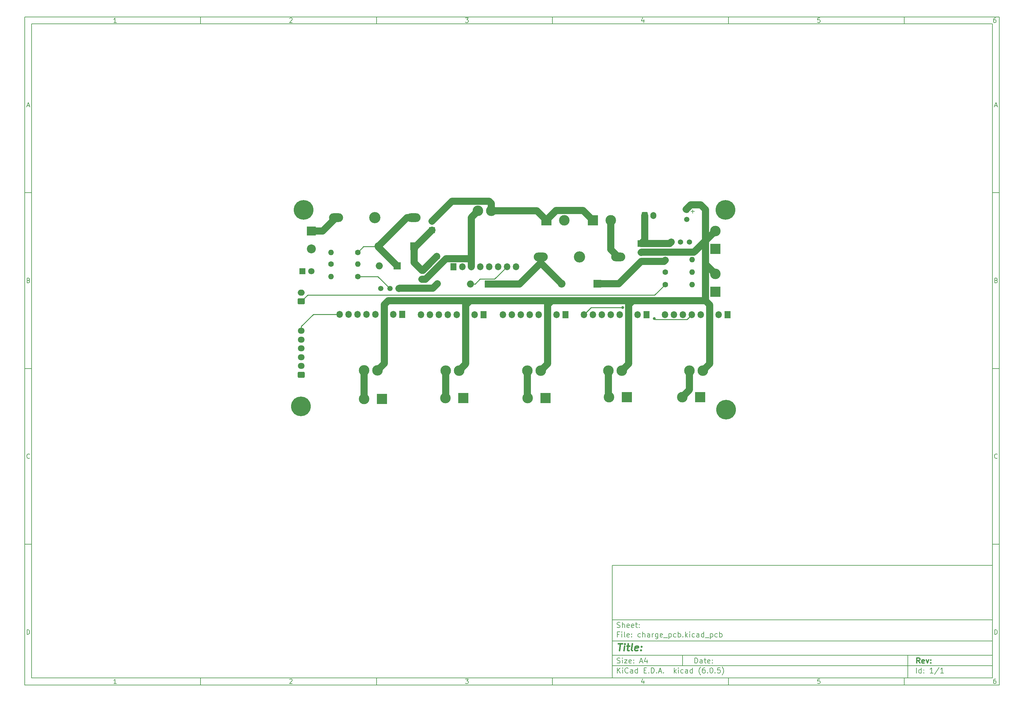
<source format=gtl>
G04 #@! TF.GenerationSoftware,KiCad,Pcbnew,(6.0.5)*
G04 #@! TF.CreationDate,2023-05-02T09:08:16+02:00*
G04 #@! TF.ProjectId,charge_pcb,63686172-6765-45f7-9063-622e6b696361,rev?*
G04 #@! TF.SameCoordinates,Original*
G04 #@! TF.FileFunction,Copper,L1,Top*
G04 #@! TF.FilePolarity,Positive*
%FSLAX46Y46*%
G04 Gerber Fmt 4.6, Leading zero omitted, Abs format (unit mm)*
G04 Created by KiCad (PCBNEW (6.0.5)) date 2023-05-02 09:08:16*
%MOMM*%
%LPD*%
G01*
G04 APERTURE LIST*
G04 Aperture macros list*
%AMRoundRect*
0 Rectangle with rounded corners*
0 $1 Rounding radius*
0 $2 $3 $4 $5 $6 $7 $8 $9 X,Y pos of 4 corners*
0 Add a 4 corners polygon primitive as box body*
4,1,4,$2,$3,$4,$5,$6,$7,$8,$9,$2,$3,0*
0 Add four circle primitives for the rounded corners*
1,1,$1+$1,$2,$3*
1,1,$1+$1,$4,$5*
1,1,$1+$1,$6,$7*
1,1,$1+$1,$8,$9*
0 Add four rect primitives between the rounded corners*
20,1,$1+$1,$2,$3,$4,$5,0*
20,1,$1+$1,$4,$5,$6,$7,0*
20,1,$1+$1,$6,$7,$8,$9,0*
20,1,$1+$1,$8,$9,$2,$3,0*%
G04 Aperture macros list end*
%ADD10C,0.100000*%
%ADD11C,0.150000*%
%ADD12C,0.300000*%
%ADD13C,0.400000*%
G04 #@! TA.AperFunction,EtchedComponent*
%ADD14C,0.150000*%
G04 #@! TD*
G04 #@! TA.AperFunction,ComponentPad*
%ADD15R,2.540000X2.540000*%
G04 #@! TD*
G04 #@! TA.AperFunction,ComponentPad*
%ADD16C,2.540000*%
G04 #@! TD*
G04 #@! TA.AperFunction,ComponentPad*
%ADD17C,1.501140*%
G04 #@! TD*
G04 #@! TA.AperFunction,ComponentPad*
%ADD18R,2.000000X2.000000*%
G04 #@! TD*
G04 #@! TA.AperFunction,ComponentPad*
%ADD19O,2.000000X2.000000*%
G04 #@! TD*
G04 #@! TA.AperFunction,ComponentPad*
%ADD20O,4.000500X2.499360*%
G04 #@! TD*
G04 #@! TA.AperFunction,ComponentPad*
%ADD21C,3.200000*%
G04 #@! TD*
G04 #@! TA.AperFunction,ComponentPad*
%ADD22R,3.000000X3.000000*%
G04 #@! TD*
G04 #@! TA.AperFunction,ComponentPad*
%ADD23C,3.000000*%
G04 #@! TD*
G04 #@! TA.AperFunction,ComponentPad*
%ADD24R,1.500000X1.500000*%
G04 #@! TD*
G04 #@! TA.AperFunction,ComponentPad*
%ADD25C,1.500000*%
G04 #@! TD*
G04 #@! TA.AperFunction,ComponentPad*
%ADD26C,1.600000*%
G04 #@! TD*
G04 #@! TA.AperFunction,ComponentPad*
%ADD27O,1.600000X1.600000*%
G04 #@! TD*
G04 #@! TA.AperFunction,ConnectorPad*
%ADD28C,5.600000*%
G04 #@! TD*
G04 #@! TA.AperFunction,ComponentPad*
%ADD29C,3.600000*%
G04 #@! TD*
G04 #@! TA.AperFunction,ComponentPad*
%ADD30R,2.000000X1.905000*%
G04 #@! TD*
G04 #@! TA.AperFunction,ComponentPad*
%ADD31O,2.000000X1.905000*%
G04 #@! TD*
G04 #@! TA.AperFunction,ComponentPad*
%ADD32RoundRect,0.250000X0.725000X-0.600000X0.725000X0.600000X-0.725000X0.600000X-0.725000X-0.600000X0*%
G04 #@! TD*
G04 #@! TA.AperFunction,ComponentPad*
%ADD33O,1.950000X1.700000*%
G04 #@! TD*
G04 #@! TA.AperFunction,ComponentPad*
%ADD34RoundRect,0.250000X0.750000X-0.600000X0.750000X0.600000X-0.750000X0.600000X-0.750000X-0.600000X0*%
G04 #@! TD*
G04 #@! TA.AperFunction,ComponentPad*
%ADD35O,2.000000X1.700000*%
G04 #@! TD*
G04 #@! TA.AperFunction,ComponentPad*
%ADD36RoundRect,0.250000X-0.600000X-0.750000X0.600000X-0.750000X0.600000X0.750000X-0.600000X0.750000X0*%
G04 #@! TD*
G04 #@! TA.AperFunction,ComponentPad*
%ADD37O,1.700000X2.000000*%
G04 #@! TD*
G04 #@! TA.AperFunction,ComponentPad*
%ADD38R,1.800000X2.000000*%
G04 #@! TD*
G04 #@! TA.AperFunction,ComponentPad*
%ADD39O,1.800000X2.000000*%
G04 #@! TD*
G04 #@! TA.AperFunction,ComponentPad*
%ADD40O,3.000000X3.000000*%
G04 #@! TD*
G04 #@! TA.AperFunction,ComponentPad*
%ADD41R,1.700000X1.700000*%
G04 #@! TD*
G04 #@! TA.AperFunction,ComponentPad*
%ADD42O,1.700000X1.700000*%
G04 #@! TD*
G04 #@! TA.AperFunction,ComponentPad*
%ADD43R,1.800000X1.800000*%
G04 #@! TD*
G04 #@! TA.AperFunction,ComponentPad*
%ADD44C,1.800000*%
G04 #@! TD*
G04 #@! TA.AperFunction,ComponentPad*
%ADD45R,2.200000X2.200000*%
G04 #@! TD*
G04 #@! TA.AperFunction,ComponentPad*
%ADD46O,2.200000X2.200000*%
G04 #@! TD*
G04 #@! TA.AperFunction,ViaPad*
%ADD47C,0.800000*%
G04 #@! TD*
G04 #@! TA.AperFunction,Conductor*
%ADD48C,0.254000*%
G04 #@! TD*
G04 #@! TA.AperFunction,Conductor*
%ADD49C,2.000000*%
G04 #@! TD*
G04 APERTURE END LIST*
D10*
D11*
X177002200Y-166007200D02*
X177002200Y-198007200D01*
X285002200Y-198007200D01*
X285002200Y-166007200D01*
X177002200Y-166007200D01*
D10*
D11*
X10000000Y-10000000D02*
X10000000Y-200007200D01*
X287002200Y-200007200D01*
X287002200Y-10000000D01*
X10000000Y-10000000D01*
D10*
D11*
X12000000Y-12000000D02*
X12000000Y-198007200D01*
X285002200Y-198007200D01*
X285002200Y-12000000D01*
X12000000Y-12000000D01*
D10*
D11*
X60000000Y-12000000D02*
X60000000Y-10000000D01*
D10*
D11*
X110000000Y-12000000D02*
X110000000Y-10000000D01*
D10*
D11*
X160000000Y-12000000D02*
X160000000Y-10000000D01*
D10*
D11*
X210000000Y-12000000D02*
X210000000Y-10000000D01*
D10*
D11*
X260000000Y-12000000D02*
X260000000Y-10000000D01*
D10*
D11*
X36065476Y-11588095D02*
X35322619Y-11588095D01*
X35694047Y-11588095D02*
X35694047Y-10288095D01*
X35570238Y-10473809D01*
X35446428Y-10597619D01*
X35322619Y-10659523D01*
D10*
D11*
X85322619Y-10411904D02*
X85384523Y-10350000D01*
X85508333Y-10288095D01*
X85817857Y-10288095D01*
X85941666Y-10350000D01*
X86003571Y-10411904D01*
X86065476Y-10535714D01*
X86065476Y-10659523D01*
X86003571Y-10845238D01*
X85260714Y-11588095D01*
X86065476Y-11588095D01*
D10*
D11*
X135260714Y-10288095D02*
X136065476Y-10288095D01*
X135632142Y-10783333D01*
X135817857Y-10783333D01*
X135941666Y-10845238D01*
X136003571Y-10907142D01*
X136065476Y-11030952D01*
X136065476Y-11340476D01*
X136003571Y-11464285D01*
X135941666Y-11526190D01*
X135817857Y-11588095D01*
X135446428Y-11588095D01*
X135322619Y-11526190D01*
X135260714Y-11464285D01*
D10*
D11*
X185941666Y-10721428D02*
X185941666Y-11588095D01*
X185632142Y-10226190D02*
X185322619Y-11154761D01*
X186127380Y-11154761D01*
D10*
D11*
X236003571Y-10288095D02*
X235384523Y-10288095D01*
X235322619Y-10907142D01*
X235384523Y-10845238D01*
X235508333Y-10783333D01*
X235817857Y-10783333D01*
X235941666Y-10845238D01*
X236003571Y-10907142D01*
X236065476Y-11030952D01*
X236065476Y-11340476D01*
X236003571Y-11464285D01*
X235941666Y-11526190D01*
X235817857Y-11588095D01*
X235508333Y-11588095D01*
X235384523Y-11526190D01*
X235322619Y-11464285D01*
D10*
D11*
X285941666Y-10288095D02*
X285694047Y-10288095D01*
X285570238Y-10350000D01*
X285508333Y-10411904D01*
X285384523Y-10597619D01*
X285322619Y-10845238D01*
X285322619Y-11340476D01*
X285384523Y-11464285D01*
X285446428Y-11526190D01*
X285570238Y-11588095D01*
X285817857Y-11588095D01*
X285941666Y-11526190D01*
X286003571Y-11464285D01*
X286065476Y-11340476D01*
X286065476Y-11030952D01*
X286003571Y-10907142D01*
X285941666Y-10845238D01*
X285817857Y-10783333D01*
X285570238Y-10783333D01*
X285446428Y-10845238D01*
X285384523Y-10907142D01*
X285322619Y-11030952D01*
D10*
D11*
X60000000Y-198007200D02*
X60000000Y-200007200D01*
D10*
D11*
X110000000Y-198007200D02*
X110000000Y-200007200D01*
D10*
D11*
X160000000Y-198007200D02*
X160000000Y-200007200D01*
D10*
D11*
X210000000Y-198007200D02*
X210000000Y-200007200D01*
D10*
D11*
X260000000Y-198007200D02*
X260000000Y-200007200D01*
D10*
D11*
X36065476Y-199595295D02*
X35322619Y-199595295D01*
X35694047Y-199595295D02*
X35694047Y-198295295D01*
X35570238Y-198481009D01*
X35446428Y-198604819D01*
X35322619Y-198666723D01*
D10*
D11*
X85322619Y-198419104D02*
X85384523Y-198357200D01*
X85508333Y-198295295D01*
X85817857Y-198295295D01*
X85941666Y-198357200D01*
X86003571Y-198419104D01*
X86065476Y-198542914D01*
X86065476Y-198666723D01*
X86003571Y-198852438D01*
X85260714Y-199595295D01*
X86065476Y-199595295D01*
D10*
D11*
X135260714Y-198295295D02*
X136065476Y-198295295D01*
X135632142Y-198790533D01*
X135817857Y-198790533D01*
X135941666Y-198852438D01*
X136003571Y-198914342D01*
X136065476Y-199038152D01*
X136065476Y-199347676D01*
X136003571Y-199471485D01*
X135941666Y-199533390D01*
X135817857Y-199595295D01*
X135446428Y-199595295D01*
X135322619Y-199533390D01*
X135260714Y-199471485D01*
D10*
D11*
X185941666Y-198728628D02*
X185941666Y-199595295D01*
X185632142Y-198233390D02*
X185322619Y-199161961D01*
X186127380Y-199161961D01*
D10*
D11*
X236003571Y-198295295D02*
X235384523Y-198295295D01*
X235322619Y-198914342D01*
X235384523Y-198852438D01*
X235508333Y-198790533D01*
X235817857Y-198790533D01*
X235941666Y-198852438D01*
X236003571Y-198914342D01*
X236065476Y-199038152D01*
X236065476Y-199347676D01*
X236003571Y-199471485D01*
X235941666Y-199533390D01*
X235817857Y-199595295D01*
X235508333Y-199595295D01*
X235384523Y-199533390D01*
X235322619Y-199471485D01*
D10*
D11*
X285941666Y-198295295D02*
X285694047Y-198295295D01*
X285570238Y-198357200D01*
X285508333Y-198419104D01*
X285384523Y-198604819D01*
X285322619Y-198852438D01*
X285322619Y-199347676D01*
X285384523Y-199471485D01*
X285446428Y-199533390D01*
X285570238Y-199595295D01*
X285817857Y-199595295D01*
X285941666Y-199533390D01*
X286003571Y-199471485D01*
X286065476Y-199347676D01*
X286065476Y-199038152D01*
X286003571Y-198914342D01*
X285941666Y-198852438D01*
X285817857Y-198790533D01*
X285570238Y-198790533D01*
X285446428Y-198852438D01*
X285384523Y-198914342D01*
X285322619Y-199038152D01*
D10*
D11*
X10000000Y-60000000D02*
X12000000Y-60000000D01*
D10*
D11*
X10000000Y-110000000D02*
X12000000Y-110000000D01*
D10*
D11*
X10000000Y-160000000D02*
X12000000Y-160000000D01*
D10*
D11*
X10690476Y-35216666D02*
X11309523Y-35216666D01*
X10566666Y-35588095D02*
X11000000Y-34288095D01*
X11433333Y-35588095D01*
D10*
D11*
X11092857Y-84907142D02*
X11278571Y-84969047D01*
X11340476Y-85030952D01*
X11402380Y-85154761D01*
X11402380Y-85340476D01*
X11340476Y-85464285D01*
X11278571Y-85526190D01*
X11154761Y-85588095D01*
X10659523Y-85588095D01*
X10659523Y-84288095D01*
X11092857Y-84288095D01*
X11216666Y-84350000D01*
X11278571Y-84411904D01*
X11340476Y-84535714D01*
X11340476Y-84659523D01*
X11278571Y-84783333D01*
X11216666Y-84845238D01*
X11092857Y-84907142D01*
X10659523Y-84907142D01*
D10*
D11*
X11402380Y-135464285D02*
X11340476Y-135526190D01*
X11154761Y-135588095D01*
X11030952Y-135588095D01*
X10845238Y-135526190D01*
X10721428Y-135402380D01*
X10659523Y-135278571D01*
X10597619Y-135030952D01*
X10597619Y-134845238D01*
X10659523Y-134597619D01*
X10721428Y-134473809D01*
X10845238Y-134350000D01*
X11030952Y-134288095D01*
X11154761Y-134288095D01*
X11340476Y-134350000D01*
X11402380Y-134411904D01*
D10*
D11*
X10659523Y-185588095D02*
X10659523Y-184288095D01*
X10969047Y-184288095D01*
X11154761Y-184350000D01*
X11278571Y-184473809D01*
X11340476Y-184597619D01*
X11402380Y-184845238D01*
X11402380Y-185030952D01*
X11340476Y-185278571D01*
X11278571Y-185402380D01*
X11154761Y-185526190D01*
X10969047Y-185588095D01*
X10659523Y-185588095D01*
D10*
D11*
X287002200Y-60000000D02*
X285002200Y-60000000D01*
D10*
D11*
X287002200Y-110000000D02*
X285002200Y-110000000D01*
D10*
D11*
X287002200Y-160000000D02*
X285002200Y-160000000D01*
D10*
D11*
X285692676Y-35216666D02*
X286311723Y-35216666D01*
X285568866Y-35588095D02*
X286002200Y-34288095D01*
X286435533Y-35588095D01*
D10*
D11*
X286095057Y-84907142D02*
X286280771Y-84969047D01*
X286342676Y-85030952D01*
X286404580Y-85154761D01*
X286404580Y-85340476D01*
X286342676Y-85464285D01*
X286280771Y-85526190D01*
X286156961Y-85588095D01*
X285661723Y-85588095D01*
X285661723Y-84288095D01*
X286095057Y-84288095D01*
X286218866Y-84350000D01*
X286280771Y-84411904D01*
X286342676Y-84535714D01*
X286342676Y-84659523D01*
X286280771Y-84783333D01*
X286218866Y-84845238D01*
X286095057Y-84907142D01*
X285661723Y-84907142D01*
D10*
D11*
X286404580Y-135464285D02*
X286342676Y-135526190D01*
X286156961Y-135588095D01*
X286033152Y-135588095D01*
X285847438Y-135526190D01*
X285723628Y-135402380D01*
X285661723Y-135278571D01*
X285599819Y-135030952D01*
X285599819Y-134845238D01*
X285661723Y-134597619D01*
X285723628Y-134473809D01*
X285847438Y-134350000D01*
X286033152Y-134288095D01*
X286156961Y-134288095D01*
X286342676Y-134350000D01*
X286404580Y-134411904D01*
D10*
D11*
X285661723Y-185588095D02*
X285661723Y-184288095D01*
X285971247Y-184288095D01*
X286156961Y-184350000D01*
X286280771Y-184473809D01*
X286342676Y-184597619D01*
X286404580Y-184845238D01*
X286404580Y-185030952D01*
X286342676Y-185278571D01*
X286280771Y-185402380D01*
X286156961Y-185526190D01*
X285971247Y-185588095D01*
X285661723Y-185588095D01*
D10*
D11*
X200434342Y-193785771D02*
X200434342Y-192285771D01*
X200791485Y-192285771D01*
X201005771Y-192357200D01*
X201148628Y-192500057D01*
X201220057Y-192642914D01*
X201291485Y-192928628D01*
X201291485Y-193142914D01*
X201220057Y-193428628D01*
X201148628Y-193571485D01*
X201005771Y-193714342D01*
X200791485Y-193785771D01*
X200434342Y-193785771D01*
X202577200Y-193785771D02*
X202577200Y-193000057D01*
X202505771Y-192857200D01*
X202362914Y-192785771D01*
X202077200Y-192785771D01*
X201934342Y-192857200D01*
X202577200Y-193714342D02*
X202434342Y-193785771D01*
X202077200Y-193785771D01*
X201934342Y-193714342D01*
X201862914Y-193571485D01*
X201862914Y-193428628D01*
X201934342Y-193285771D01*
X202077200Y-193214342D01*
X202434342Y-193214342D01*
X202577200Y-193142914D01*
X203077200Y-192785771D02*
X203648628Y-192785771D01*
X203291485Y-192285771D02*
X203291485Y-193571485D01*
X203362914Y-193714342D01*
X203505771Y-193785771D01*
X203648628Y-193785771D01*
X204720057Y-193714342D02*
X204577200Y-193785771D01*
X204291485Y-193785771D01*
X204148628Y-193714342D01*
X204077200Y-193571485D01*
X204077200Y-193000057D01*
X204148628Y-192857200D01*
X204291485Y-192785771D01*
X204577200Y-192785771D01*
X204720057Y-192857200D01*
X204791485Y-193000057D01*
X204791485Y-193142914D01*
X204077200Y-193285771D01*
X205434342Y-193642914D02*
X205505771Y-193714342D01*
X205434342Y-193785771D01*
X205362914Y-193714342D01*
X205434342Y-193642914D01*
X205434342Y-193785771D01*
X205434342Y-192857200D02*
X205505771Y-192928628D01*
X205434342Y-193000057D01*
X205362914Y-192928628D01*
X205434342Y-192857200D01*
X205434342Y-193000057D01*
D10*
D11*
X177002200Y-194507200D02*
X285002200Y-194507200D01*
D10*
D11*
X178434342Y-196585771D02*
X178434342Y-195085771D01*
X179291485Y-196585771D02*
X178648628Y-195728628D01*
X179291485Y-195085771D02*
X178434342Y-195942914D01*
X179934342Y-196585771D02*
X179934342Y-195585771D01*
X179934342Y-195085771D02*
X179862914Y-195157200D01*
X179934342Y-195228628D01*
X180005771Y-195157200D01*
X179934342Y-195085771D01*
X179934342Y-195228628D01*
X181505771Y-196442914D02*
X181434342Y-196514342D01*
X181220057Y-196585771D01*
X181077200Y-196585771D01*
X180862914Y-196514342D01*
X180720057Y-196371485D01*
X180648628Y-196228628D01*
X180577200Y-195942914D01*
X180577200Y-195728628D01*
X180648628Y-195442914D01*
X180720057Y-195300057D01*
X180862914Y-195157200D01*
X181077200Y-195085771D01*
X181220057Y-195085771D01*
X181434342Y-195157200D01*
X181505771Y-195228628D01*
X182791485Y-196585771D02*
X182791485Y-195800057D01*
X182720057Y-195657200D01*
X182577200Y-195585771D01*
X182291485Y-195585771D01*
X182148628Y-195657200D01*
X182791485Y-196514342D02*
X182648628Y-196585771D01*
X182291485Y-196585771D01*
X182148628Y-196514342D01*
X182077200Y-196371485D01*
X182077200Y-196228628D01*
X182148628Y-196085771D01*
X182291485Y-196014342D01*
X182648628Y-196014342D01*
X182791485Y-195942914D01*
X184148628Y-196585771D02*
X184148628Y-195085771D01*
X184148628Y-196514342D02*
X184005771Y-196585771D01*
X183720057Y-196585771D01*
X183577200Y-196514342D01*
X183505771Y-196442914D01*
X183434342Y-196300057D01*
X183434342Y-195871485D01*
X183505771Y-195728628D01*
X183577200Y-195657200D01*
X183720057Y-195585771D01*
X184005771Y-195585771D01*
X184148628Y-195657200D01*
X186005771Y-195800057D02*
X186505771Y-195800057D01*
X186720057Y-196585771D02*
X186005771Y-196585771D01*
X186005771Y-195085771D01*
X186720057Y-195085771D01*
X187362914Y-196442914D02*
X187434342Y-196514342D01*
X187362914Y-196585771D01*
X187291485Y-196514342D01*
X187362914Y-196442914D01*
X187362914Y-196585771D01*
X188077200Y-196585771D02*
X188077200Y-195085771D01*
X188434342Y-195085771D01*
X188648628Y-195157200D01*
X188791485Y-195300057D01*
X188862914Y-195442914D01*
X188934342Y-195728628D01*
X188934342Y-195942914D01*
X188862914Y-196228628D01*
X188791485Y-196371485D01*
X188648628Y-196514342D01*
X188434342Y-196585771D01*
X188077200Y-196585771D01*
X189577200Y-196442914D02*
X189648628Y-196514342D01*
X189577200Y-196585771D01*
X189505771Y-196514342D01*
X189577200Y-196442914D01*
X189577200Y-196585771D01*
X190220057Y-196157200D02*
X190934342Y-196157200D01*
X190077200Y-196585771D02*
X190577200Y-195085771D01*
X191077200Y-196585771D01*
X191577200Y-196442914D02*
X191648628Y-196514342D01*
X191577200Y-196585771D01*
X191505771Y-196514342D01*
X191577200Y-196442914D01*
X191577200Y-196585771D01*
X194577200Y-196585771D02*
X194577200Y-195085771D01*
X194720057Y-196014342D02*
X195148628Y-196585771D01*
X195148628Y-195585771D02*
X194577200Y-196157200D01*
X195791485Y-196585771D02*
X195791485Y-195585771D01*
X195791485Y-195085771D02*
X195720057Y-195157200D01*
X195791485Y-195228628D01*
X195862914Y-195157200D01*
X195791485Y-195085771D01*
X195791485Y-195228628D01*
X197148628Y-196514342D02*
X197005771Y-196585771D01*
X196720057Y-196585771D01*
X196577200Y-196514342D01*
X196505771Y-196442914D01*
X196434342Y-196300057D01*
X196434342Y-195871485D01*
X196505771Y-195728628D01*
X196577200Y-195657200D01*
X196720057Y-195585771D01*
X197005771Y-195585771D01*
X197148628Y-195657200D01*
X198434342Y-196585771D02*
X198434342Y-195800057D01*
X198362914Y-195657200D01*
X198220057Y-195585771D01*
X197934342Y-195585771D01*
X197791485Y-195657200D01*
X198434342Y-196514342D02*
X198291485Y-196585771D01*
X197934342Y-196585771D01*
X197791485Y-196514342D01*
X197720057Y-196371485D01*
X197720057Y-196228628D01*
X197791485Y-196085771D01*
X197934342Y-196014342D01*
X198291485Y-196014342D01*
X198434342Y-195942914D01*
X199791485Y-196585771D02*
X199791485Y-195085771D01*
X199791485Y-196514342D02*
X199648628Y-196585771D01*
X199362914Y-196585771D01*
X199220057Y-196514342D01*
X199148628Y-196442914D01*
X199077200Y-196300057D01*
X199077200Y-195871485D01*
X199148628Y-195728628D01*
X199220057Y-195657200D01*
X199362914Y-195585771D01*
X199648628Y-195585771D01*
X199791485Y-195657200D01*
X202077200Y-197157200D02*
X202005771Y-197085771D01*
X201862914Y-196871485D01*
X201791485Y-196728628D01*
X201720057Y-196514342D01*
X201648628Y-196157200D01*
X201648628Y-195871485D01*
X201720057Y-195514342D01*
X201791485Y-195300057D01*
X201862914Y-195157200D01*
X202005771Y-194942914D01*
X202077200Y-194871485D01*
X203291485Y-195085771D02*
X203005771Y-195085771D01*
X202862914Y-195157200D01*
X202791485Y-195228628D01*
X202648628Y-195442914D01*
X202577200Y-195728628D01*
X202577200Y-196300057D01*
X202648628Y-196442914D01*
X202720057Y-196514342D01*
X202862914Y-196585771D01*
X203148628Y-196585771D01*
X203291485Y-196514342D01*
X203362914Y-196442914D01*
X203434342Y-196300057D01*
X203434342Y-195942914D01*
X203362914Y-195800057D01*
X203291485Y-195728628D01*
X203148628Y-195657200D01*
X202862914Y-195657200D01*
X202720057Y-195728628D01*
X202648628Y-195800057D01*
X202577200Y-195942914D01*
X204077200Y-196442914D02*
X204148628Y-196514342D01*
X204077200Y-196585771D01*
X204005771Y-196514342D01*
X204077200Y-196442914D01*
X204077200Y-196585771D01*
X205077200Y-195085771D02*
X205220057Y-195085771D01*
X205362914Y-195157200D01*
X205434342Y-195228628D01*
X205505771Y-195371485D01*
X205577200Y-195657200D01*
X205577200Y-196014342D01*
X205505771Y-196300057D01*
X205434342Y-196442914D01*
X205362914Y-196514342D01*
X205220057Y-196585771D01*
X205077200Y-196585771D01*
X204934342Y-196514342D01*
X204862914Y-196442914D01*
X204791485Y-196300057D01*
X204720057Y-196014342D01*
X204720057Y-195657200D01*
X204791485Y-195371485D01*
X204862914Y-195228628D01*
X204934342Y-195157200D01*
X205077200Y-195085771D01*
X206220057Y-196442914D02*
X206291485Y-196514342D01*
X206220057Y-196585771D01*
X206148628Y-196514342D01*
X206220057Y-196442914D01*
X206220057Y-196585771D01*
X207648628Y-195085771D02*
X206934342Y-195085771D01*
X206862914Y-195800057D01*
X206934342Y-195728628D01*
X207077200Y-195657200D01*
X207434342Y-195657200D01*
X207577200Y-195728628D01*
X207648628Y-195800057D01*
X207720057Y-195942914D01*
X207720057Y-196300057D01*
X207648628Y-196442914D01*
X207577200Y-196514342D01*
X207434342Y-196585771D01*
X207077200Y-196585771D01*
X206934342Y-196514342D01*
X206862914Y-196442914D01*
X208220057Y-197157200D02*
X208291485Y-197085771D01*
X208434342Y-196871485D01*
X208505771Y-196728628D01*
X208577200Y-196514342D01*
X208648628Y-196157200D01*
X208648628Y-195871485D01*
X208577200Y-195514342D01*
X208505771Y-195300057D01*
X208434342Y-195157200D01*
X208291485Y-194942914D01*
X208220057Y-194871485D01*
D10*
D11*
X177002200Y-191507200D02*
X285002200Y-191507200D01*
D10*
D12*
X264411485Y-193785771D02*
X263911485Y-193071485D01*
X263554342Y-193785771D02*
X263554342Y-192285771D01*
X264125771Y-192285771D01*
X264268628Y-192357200D01*
X264340057Y-192428628D01*
X264411485Y-192571485D01*
X264411485Y-192785771D01*
X264340057Y-192928628D01*
X264268628Y-193000057D01*
X264125771Y-193071485D01*
X263554342Y-193071485D01*
X265625771Y-193714342D02*
X265482914Y-193785771D01*
X265197200Y-193785771D01*
X265054342Y-193714342D01*
X264982914Y-193571485D01*
X264982914Y-193000057D01*
X265054342Y-192857200D01*
X265197200Y-192785771D01*
X265482914Y-192785771D01*
X265625771Y-192857200D01*
X265697200Y-193000057D01*
X265697200Y-193142914D01*
X264982914Y-193285771D01*
X266197200Y-192785771D02*
X266554342Y-193785771D01*
X266911485Y-192785771D01*
X267482914Y-193642914D02*
X267554342Y-193714342D01*
X267482914Y-193785771D01*
X267411485Y-193714342D01*
X267482914Y-193642914D01*
X267482914Y-193785771D01*
X267482914Y-192857200D02*
X267554342Y-192928628D01*
X267482914Y-193000057D01*
X267411485Y-192928628D01*
X267482914Y-192857200D01*
X267482914Y-193000057D01*
D10*
D11*
X178362914Y-193714342D02*
X178577200Y-193785771D01*
X178934342Y-193785771D01*
X179077200Y-193714342D01*
X179148628Y-193642914D01*
X179220057Y-193500057D01*
X179220057Y-193357200D01*
X179148628Y-193214342D01*
X179077200Y-193142914D01*
X178934342Y-193071485D01*
X178648628Y-193000057D01*
X178505771Y-192928628D01*
X178434342Y-192857200D01*
X178362914Y-192714342D01*
X178362914Y-192571485D01*
X178434342Y-192428628D01*
X178505771Y-192357200D01*
X178648628Y-192285771D01*
X179005771Y-192285771D01*
X179220057Y-192357200D01*
X179862914Y-193785771D02*
X179862914Y-192785771D01*
X179862914Y-192285771D02*
X179791485Y-192357200D01*
X179862914Y-192428628D01*
X179934342Y-192357200D01*
X179862914Y-192285771D01*
X179862914Y-192428628D01*
X180434342Y-192785771D02*
X181220057Y-192785771D01*
X180434342Y-193785771D01*
X181220057Y-193785771D01*
X182362914Y-193714342D02*
X182220057Y-193785771D01*
X181934342Y-193785771D01*
X181791485Y-193714342D01*
X181720057Y-193571485D01*
X181720057Y-193000057D01*
X181791485Y-192857200D01*
X181934342Y-192785771D01*
X182220057Y-192785771D01*
X182362914Y-192857200D01*
X182434342Y-193000057D01*
X182434342Y-193142914D01*
X181720057Y-193285771D01*
X183077200Y-193642914D02*
X183148628Y-193714342D01*
X183077200Y-193785771D01*
X183005771Y-193714342D01*
X183077200Y-193642914D01*
X183077200Y-193785771D01*
X183077200Y-192857200D02*
X183148628Y-192928628D01*
X183077200Y-193000057D01*
X183005771Y-192928628D01*
X183077200Y-192857200D01*
X183077200Y-193000057D01*
X184862914Y-193357200D02*
X185577200Y-193357200D01*
X184720057Y-193785771D02*
X185220057Y-192285771D01*
X185720057Y-193785771D01*
X186862914Y-192785771D02*
X186862914Y-193785771D01*
X186505771Y-192214342D02*
X186148628Y-193285771D01*
X187077200Y-193285771D01*
D10*
D11*
X263434342Y-196585771D02*
X263434342Y-195085771D01*
X264791485Y-196585771D02*
X264791485Y-195085771D01*
X264791485Y-196514342D02*
X264648628Y-196585771D01*
X264362914Y-196585771D01*
X264220057Y-196514342D01*
X264148628Y-196442914D01*
X264077200Y-196300057D01*
X264077200Y-195871485D01*
X264148628Y-195728628D01*
X264220057Y-195657200D01*
X264362914Y-195585771D01*
X264648628Y-195585771D01*
X264791485Y-195657200D01*
X265505771Y-196442914D02*
X265577200Y-196514342D01*
X265505771Y-196585771D01*
X265434342Y-196514342D01*
X265505771Y-196442914D01*
X265505771Y-196585771D01*
X265505771Y-195657200D02*
X265577200Y-195728628D01*
X265505771Y-195800057D01*
X265434342Y-195728628D01*
X265505771Y-195657200D01*
X265505771Y-195800057D01*
X268148628Y-196585771D02*
X267291485Y-196585771D01*
X267720057Y-196585771D02*
X267720057Y-195085771D01*
X267577200Y-195300057D01*
X267434342Y-195442914D01*
X267291485Y-195514342D01*
X269862914Y-195014342D02*
X268577200Y-196942914D01*
X271148628Y-196585771D02*
X270291485Y-196585771D01*
X270720057Y-196585771D02*
X270720057Y-195085771D01*
X270577200Y-195300057D01*
X270434342Y-195442914D01*
X270291485Y-195514342D01*
D10*
D11*
X177002200Y-187507200D02*
X285002200Y-187507200D01*
D10*
D13*
X178714580Y-188211961D02*
X179857438Y-188211961D01*
X179036009Y-190211961D02*
X179286009Y-188211961D01*
X180274104Y-190211961D02*
X180440771Y-188878628D01*
X180524104Y-188211961D02*
X180416961Y-188307200D01*
X180500295Y-188402438D01*
X180607438Y-188307200D01*
X180524104Y-188211961D01*
X180500295Y-188402438D01*
X181107438Y-188878628D02*
X181869342Y-188878628D01*
X181476485Y-188211961D02*
X181262200Y-189926247D01*
X181333628Y-190116723D01*
X181512200Y-190211961D01*
X181702676Y-190211961D01*
X182655057Y-190211961D02*
X182476485Y-190116723D01*
X182405057Y-189926247D01*
X182619342Y-188211961D01*
X184190771Y-190116723D02*
X183988390Y-190211961D01*
X183607438Y-190211961D01*
X183428866Y-190116723D01*
X183357438Y-189926247D01*
X183452676Y-189164342D01*
X183571723Y-188973866D01*
X183774104Y-188878628D01*
X184155057Y-188878628D01*
X184333628Y-188973866D01*
X184405057Y-189164342D01*
X184381247Y-189354819D01*
X183405057Y-189545295D01*
X185155057Y-190021485D02*
X185238390Y-190116723D01*
X185131247Y-190211961D01*
X185047914Y-190116723D01*
X185155057Y-190021485D01*
X185131247Y-190211961D01*
X185286009Y-188973866D02*
X185369342Y-189069104D01*
X185262200Y-189164342D01*
X185178866Y-189069104D01*
X185286009Y-188973866D01*
X185262200Y-189164342D01*
D10*
D11*
X178934342Y-185600057D02*
X178434342Y-185600057D01*
X178434342Y-186385771D02*
X178434342Y-184885771D01*
X179148628Y-184885771D01*
X179720057Y-186385771D02*
X179720057Y-185385771D01*
X179720057Y-184885771D02*
X179648628Y-184957200D01*
X179720057Y-185028628D01*
X179791485Y-184957200D01*
X179720057Y-184885771D01*
X179720057Y-185028628D01*
X180648628Y-186385771D02*
X180505771Y-186314342D01*
X180434342Y-186171485D01*
X180434342Y-184885771D01*
X181791485Y-186314342D02*
X181648628Y-186385771D01*
X181362914Y-186385771D01*
X181220057Y-186314342D01*
X181148628Y-186171485D01*
X181148628Y-185600057D01*
X181220057Y-185457200D01*
X181362914Y-185385771D01*
X181648628Y-185385771D01*
X181791485Y-185457200D01*
X181862914Y-185600057D01*
X181862914Y-185742914D01*
X181148628Y-185885771D01*
X182505771Y-186242914D02*
X182577200Y-186314342D01*
X182505771Y-186385771D01*
X182434342Y-186314342D01*
X182505771Y-186242914D01*
X182505771Y-186385771D01*
X182505771Y-185457200D02*
X182577200Y-185528628D01*
X182505771Y-185600057D01*
X182434342Y-185528628D01*
X182505771Y-185457200D01*
X182505771Y-185600057D01*
X185005771Y-186314342D02*
X184862914Y-186385771D01*
X184577200Y-186385771D01*
X184434342Y-186314342D01*
X184362914Y-186242914D01*
X184291485Y-186100057D01*
X184291485Y-185671485D01*
X184362914Y-185528628D01*
X184434342Y-185457200D01*
X184577200Y-185385771D01*
X184862914Y-185385771D01*
X185005771Y-185457200D01*
X185648628Y-186385771D02*
X185648628Y-184885771D01*
X186291485Y-186385771D02*
X186291485Y-185600057D01*
X186220057Y-185457200D01*
X186077200Y-185385771D01*
X185862914Y-185385771D01*
X185720057Y-185457200D01*
X185648628Y-185528628D01*
X187648628Y-186385771D02*
X187648628Y-185600057D01*
X187577200Y-185457200D01*
X187434342Y-185385771D01*
X187148628Y-185385771D01*
X187005771Y-185457200D01*
X187648628Y-186314342D02*
X187505771Y-186385771D01*
X187148628Y-186385771D01*
X187005771Y-186314342D01*
X186934342Y-186171485D01*
X186934342Y-186028628D01*
X187005771Y-185885771D01*
X187148628Y-185814342D01*
X187505771Y-185814342D01*
X187648628Y-185742914D01*
X188362914Y-186385771D02*
X188362914Y-185385771D01*
X188362914Y-185671485D02*
X188434342Y-185528628D01*
X188505771Y-185457200D01*
X188648628Y-185385771D01*
X188791485Y-185385771D01*
X189934342Y-185385771D02*
X189934342Y-186600057D01*
X189862914Y-186742914D01*
X189791485Y-186814342D01*
X189648628Y-186885771D01*
X189434342Y-186885771D01*
X189291485Y-186814342D01*
X189934342Y-186314342D02*
X189791485Y-186385771D01*
X189505771Y-186385771D01*
X189362914Y-186314342D01*
X189291485Y-186242914D01*
X189220057Y-186100057D01*
X189220057Y-185671485D01*
X189291485Y-185528628D01*
X189362914Y-185457200D01*
X189505771Y-185385771D01*
X189791485Y-185385771D01*
X189934342Y-185457200D01*
X191220057Y-186314342D02*
X191077200Y-186385771D01*
X190791485Y-186385771D01*
X190648628Y-186314342D01*
X190577200Y-186171485D01*
X190577200Y-185600057D01*
X190648628Y-185457200D01*
X190791485Y-185385771D01*
X191077200Y-185385771D01*
X191220057Y-185457200D01*
X191291485Y-185600057D01*
X191291485Y-185742914D01*
X190577200Y-185885771D01*
X191577200Y-186528628D02*
X192720057Y-186528628D01*
X193077200Y-185385771D02*
X193077200Y-186885771D01*
X193077200Y-185457200D02*
X193220057Y-185385771D01*
X193505771Y-185385771D01*
X193648628Y-185457200D01*
X193720057Y-185528628D01*
X193791485Y-185671485D01*
X193791485Y-186100057D01*
X193720057Y-186242914D01*
X193648628Y-186314342D01*
X193505771Y-186385771D01*
X193220057Y-186385771D01*
X193077200Y-186314342D01*
X195077200Y-186314342D02*
X194934342Y-186385771D01*
X194648628Y-186385771D01*
X194505771Y-186314342D01*
X194434342Y-186242914D01*
X194362914Y-186100057D01*
X194362914Y-185671485D01*
X194434342Y-185528628D01*
X194505771Y-185457200D01*
X194648628Y-185385771D01*
X194934342Y-185385771D01*
X195077200Y-185457200D01*
X195720057Y-186385771D02*
X195720057Y-184885771D01*
X195720057Y-185457200D02*
X195862914Y-185385771D01*
X196148628Y-185385771D01*
X196291485Y-185457200D01*
X196362914Y-185528628D01*
X196434342Y-185671485D01*
X196434342Y-186100057D01*
X196362914Y-186242914D01*
X196291485Y-186314342D01*
X196148628Y-186385771D01*
X195862914Y-186385771D01*
X195720057Y-186314342D01*
X197077200Y-186242914D02*
X197148628Y-186314342D01*
X197077200Y-186385771D01*
X197005771Y-186314342D01*
X197077200Y-186242914D01*
X197077200Y-186385771D01*
X197791485Y-186385771D02*
X197791485Y-184885771D01*
X197934342Y-185814342D02*
X198362914Y-186385771D01*
X198362914Y-185385771D02*
X197791485Y-185957200D01*
X199005771Y-186385771D02*
X199005771Y-185385771D01*
X199005771Y-184885771D02*
X198934342Y-184957200D01*
X199005771Y-185028628D01*
X199077200Y-184957200D01*
X199005771Y-184885771D01*
X199005771Y-185028628D01*
X200362914Y-186314342D02*
X200220057Y-186385771D01*
X199934342Y-186385771D01*
X199791485Y-186314342D01*
X199720057Y-186242914D01*
X199648628Y-186100057D01*
X199648628Y-185671485D01*
X199720057Y-185528628D01*
X199791485Y-185457200D01*
X199934342Y-185385771D01*
X200220057Y-185385771D01*
X200362914Y-185457200D01*
X201648628Y-186385771D02*
X201648628Y-185600057D01*
X201577200Y-185457200D01*
X201434342Y-185385771D01*
X201148628Y-185385771D01*
X201005771Y-185457200D01*
X201648628Y-186314342D02*
X201505771Y-186385771D01*
X201148628Y-186385771D01*
X201005771Y-186314342D01*
X200934342Y-186171485D01*
X200934342Y-186028628D01*
X201005771Y-185885771D01*
X201148628Y-185814342D01*
X201505771Y-185814342D01*
X201648628Y-185742914D01*
X203005771Y-186385771D02*
X203005771Y-184885771D01*
X203005771Y-186314342D02*
X202862914Y-186385771D01*
X202577200Y-186385771D01*
X202434342Y-186314342D01*
X202362914Y-186242914D01*
X202291485Y-186100057D01*
X202291485Y-185671485D01*
X202362914Y-185528628D01*
X202434342Y-185457200D01*
X202577200Y-185385771D01*
X202862914Y-185385771D01*
X203005771Y-185457200D01*
X203362914Y-186528628D02*
X204505771Y-186528628D01*
X204862914Y-185385771D02*
X204862914Y-186885771D01*
X204862914Y-185457200D02*
X205005771Y-185385771D01*
X205291485Y-185385771D01*
X205434342Y-185457200D01*
X205505771Y-185528628D01*
X205577200Y-185671485D01*
X205577200Y-186100057D01*
X205505771Y-186242914D01*
X205434342Y-186314342D01*
X205291485Y-186385771D01*
X205005771Y-186385771D01*
X204862914Y-186314342D01*
X206862914Y-186314342D02*
X206720057Y-186385771D01*
X206434342Y-186385771D01*
X206291485Y-186314342D01*
X206220057Y-186242914D01*
X206148628Y-186100057D01*
X206148628Y-185671485D01*
X206220057Y-185528628D01*
X206291485Y-185457200D01*
X206434342Y-185385771D01*
X206720057Y-185385771D01*
X206862914Y-185457200D01*
X207505771Y-186385771D02*
X207505771Y-184885771D01*
X207505771Y-185457200D02*
X207648628Y-185385771D01*
X207934342Y-185385771D01*
X208077200Y-185457200D01*
X208148628Y-185528628D01*
X208220057Y-185671485D01*
X208220057Y-186100057D01*
X208148628Y-186242914D01*
X208077200Y-186314342D01*
X207934342Y-186385771D01*
X207648628Y-186385771D01*
X207505771Y-186314342D01*
D10*
D11*
X177002200Y-181507200D02*
X285002200Y-181507200D01*
D10*
D11*
X178362914Y-183614342D02*
X178577200Y-183685771D01*
X178934342Y-183685771D01*
X179077200Y-183614342D01*
X179148628Y-183542914D01*
X179220057Y-183400057D01*
X179220057Y-183257200D01*
X179148628Y-183114342D01*
X179077200Y-183042914D01*
X178934342Y-182971485D01*
X178648628Y-182900057D01*
X178505771Y-182828628D01*
X178434342Y-182757200D01*
X178362914Y-182614342D01*
X178362914Y-182471485D01*
X178434342Y-182328628D01*
X178505771Y-182257200D01*
X178648628Y-182185771D01*
X179005771Y-182185771D01*
X179220057Y-182257200D01*
X179862914Y-183685771D02*
X179862914Y-182185771D01*
X180505771Y-183685771D02*
X180505771Y-182900057D01*
X180434342Y-182757200D01*
X180291485Y-182685771D01*
X180077200Y-182685771D01*
X179934342Y-182757200D01*
X179862914Y-182828628D01*
X181791485Y-183614342D02*
X181648628Y-183685771D01*
X181362914Y-183685771D01*
X181220057Y-183614342D01*
X181148628Y-183471485D01*
X181148628Y-182900057D01*
X181220057Y-182757200D01*
X181362914Y-182685771D01*
X181648628Y-182685771D01*
X181791485Y-182757200D01*
X181862914Y-182900057D01*
X181862914Y-183042914D01*
X181148628Y-183185771D01*
X183077200Y-183614342D02*
X182934342Y-183685771D01*
X182648628Y-183685771D01*
X182505771Y-183614342D01*
X182434342Y-183471485D01*
X182434342Y-182900057D01*
X182505771Y-182757200D01*
X182648628Y-182685771D01*
X182934342Y-182685771D01*
X183077200Y-182757200D01*
X183148628Y-182900057D01*
X183148628Y-183042914D01*
X182434342Y-183185771D01*
X183577200Y-182685771D02*
X184148628Y-182685771D01*
X183791485Y-182185771D02*
X183791485Y-183471485D01*
X183862914Y-183614342D01*
X184005771Y-183685771D01*
X184148628Y-183685771D01*
X184648628Y-183542914D02*
X184720057Y-183614342D01*
X184648628Y-183685771D01*
X184577200Y-183614342D01*
X184648628Y-183542914D01*
X184648628Y-183685771D01*
X184648628Y-182757200D02*
X184720057Y-182828628D01*
X184648628Y-182900057D01*
X184577200Y-182828628D01*
X184648628Y-182757200D01*
X184648628Y-182900057D01*
D10*
D12*
D10*
D11*
D10*
D11*
D10*
D11*
D10*
D11*
D10*
D11*
X197002200Y-191507200D02*
X197002200Y-194507200D01*
D10*
D11*
X261002200Y-191507200D02*
X261002200Y-198007200D01*
D14*
X199819260Y-65293240D02*
X199420480Y-65293240D01*
X199819260Y-65293240D02*
X200319640Y-65293240D01*
X199819260Y-65293240D02*
X199819260Y-65793620D01*
X199420480Y-65293240D02*
X199318880Y-65293240D01*
X199819260Y-64792860D02*
X199819260Y-65293240D01*
D15*
X91440000Y-70866000D03*
D16*
X91440000Y-75946000D03*
D17*
X198120000Y-65024000D03*
X198120000Y-67564000D03*
D18*
X115824000Y-80772000D03*
D19*
X110744000Y-80772000D03*
D20*
X98473260Y-67056000D03*
X120474740Y-67056000D03*
D21*
X109474000Y-67056000D03*
D20*
X178640740Y-78232000D03*
X156639260Y-78232000D03*
D21*
X167640000Y-78232000D03*
D22*
X111530000Y-118618000D03*
D23*
X106450000Y-118618000D03*
D24*
X116392000Y-87255000D03*
D25*
X113792000Y-87255000D03*
X111192000Y-87255000D03*
D24*
X193742000Y-74035000D03*
D25*
X196342000Y-74035000D03*
X198942000Y-74035000D03*
D26*
X104648000Y-83820000D03*
D27*
X97028000Y-83820000D03*
D26*
X127254000Y-78232000D03*
D27*
X127254000Y-85852000D03*
D26*
X192024000Y-86106000D03*
D27*
X199644000Y-86106000D03*
D26*
X192024000Y-82550000D03*
D27*
X199644000Y-82550000D03*
D28*
X89289000Y-64897000D03*
D29*
X89289000Y-64897000D03*
X209169000Y-64897000D03*
D28*
X209169000Y-64897000D03*
D29*
X209296000Y-121666000D03*
D28*
X209296000Y-121666000D03*
X88550000Y-120780000D03*
D29*
X88550000Y-120780000D03*
D22*
X181102000Y-118110000D03*
D23*
X176022000Y-118110000D03*
D30*
X185237000Y-74422000D03*
D31*
X185237000Y-76962000D03*
X185237000Y-79502000D03*
D30*
X122865000Y-87122000D03*
D31*
X122865000Y-84582000D03*
X122865000Y-82042000D03*
D32*
X88629000Y-111760000D03*
D33*
X88629000Y-109260000D03*
X88629000Y-106760000D03*
X88629000Y-104260000D03*
X88629000Y-101760000D03*
X88629000Y-99260000D03*
D22*
X134620000Y-118364000D03*
D23*
X129540000Y-118364000D03*
D22*
X158242000Y-67818000D03*
D23*
X163322000Y-67818000D03*
D34*
X88629000Y-90912000D03*
D35*
X88629000Y-88412000D03*
D22*
X171450000Y-67818000D03*
D23*
X176530000Y-67818000D03*
D22*
X157988000Y-118364000D03*
D23*
X152908000Y-118364000D03*
D36*
X186202000Y-66531000D03*
D37*
X188702000Y-66531000D03*
D22*
X201930000Y-118110000D03*
D23*
X196850000Y-118110000D03*
D22*
X206248000Y-75946000D03*
D23*
X206248000Y-70866000D03*
D22*
X206248000Y-88138000D03*
D23*
X206248000Y-83058000D03*
D38*
X140450000Y-94700000D03*
D39*
X137910000Y-94700000D03*
X135370000Y-94700000D03*
X132830000Y-94700000D03*
X130290000Y-94700000D03*
X127750000Y-94700000D03*
X125210000Y-94700000D03*
X122670000Y-94700000D03*
D40*
X133465000Y-110575000D03*
X129655000Y-110575000D03*
D38*
X131826000Y-81026000D03*
D39*
X134366000Y-81026000D03*
X136906000Y-81026000D03*
X139446000Y-81026000D03*
X141986000Y-81026000D03*
X144526000Y-81026000D03*
X147066000Y-81026000D03*
X149606000Y-81026000D03*
D40*
X138811000Y-65151000D03*
X142621000Y-65151000D03*
D38*
X163680000Y-94700000D03*
D39*
X161140000Y-94700000D03*
X158600000Y-94700000D03*
X156060000Y-94700000D03*
X153520000Y-94700000D03*
X150980000Y-94700000D03*
X148440000Y-94700000D03*
X145900000Y-94700000D03*
D40*
X156695000Y-110575000D03*
X152885000Y-110575000D03*
D38*
X186720000Y-94700000D03*
D39*
X184180000Y-94700000D03*
X181640000Y-94700000D03*
X179100000Y-94700000D03*
X176560000Y-94700000D03*
X174020000Y-94700000D03*
X171480000Y-94700000D03*
X168940000Y-94700000D03*
D40*
X179735000Y-110575000D03*
X175925000Y-110575000D03*
D38*
X209750000Y-94700000D03*
D39*
X207210000Y-94700000D03*
X204670000Y-94700000D03*
X202130000Y-94700000D03*
X199590000Y-94700000D03*
X197050000Y-94700000D03*
X194510000Y-94700000D03*
X191970000Y-94700000D03*
D40*
X202765000Y-110575000D03*
X198955000Y-110575000D03*
D26*
X192024000Y-78994000D03*
D27*
X199644000Y-78994000D03*
D26*
X104648000Y-76962000D03*
D27*
X97028000Y-76962000D03*
D41*
X125730000Y-70617000D03*
D42*
X125730000Y-68077000D03*
D18*
X141732000Y-85923000D03*
D19*
X136652000Y-85923000D03*
D38*
X117280000Y-94620000D03*
D39*
X114740000Y-94620000D03*
X112200000Y-94620000D03*
X109660000Y-94620000D03*
X107120000Y-94620000D03*
X104580000Y-94620000D03*
X102040000Y-94620000D03*
X99500000Y-94620000D03*
D40*
X110295000Y-110495000D03*
X106485000Y-110495000D03*
D43*
X88895000Y-82296000D03*
D44*
X91435000Y-82296000D03*
D26*
X97028000Y-80264000D03*
D27*
X104648000Y-80264000D03*
D45*
X172720000Y-85852000D03*
D46*
X162560000Y-85852000D03*
D45*
X120650000Y-75184000D03*
D46*
X110490000Y-75184000D03*
D47*
X188894300Y-95805800D03*
X179957500Y-92692000D03*
D48*
X143550300Y-84541700D02*
X147066000Y-81026000D01*
D49*
X120474740Y-67056000D02*
X118618000Y-67056000D01*
X176530200Y-76121300D02*
X178640800Y-78231900D01*
X176530000Y-76121300D02*
X176530200Y-76121300D01*
X168696000Y-65064500D02*
X171450000Y-67818000D01*
X160996000Y-65064500D02*
X168696000Y-65064500D01*
X158242000Y-67818000D02*
X160996000Y-65064500D01*
X155575000Y-65151000D02*
X158242000Y-67818000D01*
X142621000Y-65151000D02*
X155575000Y-65151000D01*
X131410000Y-62397500D02*
X125730000Y-68077000D01*
X141989000Y-62397500D02*
X131410000Y-62397500D01*
X142621000Y-63029700D02*
X141989000Y-62397500D01*
X142621000Y-65151000D02*
X142621000Y-63029700D01*
X178887000Y-85852000D02*
X185237000Y-79502000D01*
X172720000Y-85852000D02*
X178887000Y-85852000D01*
X191716000Y-79502000D02*
X192024000Y-79194000D01*
X185237000Y-79502000D02*
X191716000Y-79502000D01*
D48*
X192024000Y-79194000D02*
X192024000Y-78994000D01*
D49*
X129705000Y-78740000D02*
X136906000Y-78740000D01*
X123863000Y-84582000D02*
X129705000Y-78740000D01*
X122865000Y-84582000D02*
X123863000Y-84582000D01*
X136906000Y-78740000D02*
X136906000Y-81026000D01*
X136906000Y-67056000D02*
X136906000Y-78740000D01*
X138811000Y-65151000D02*
X136906000Y-67056000D01*
X120650000Y-79827000D02*
X122865000Y-82042000D01*
X120650000Y-75184000D02*
X120650000Y-79827000D01*
X121163000Y-75184000D02*
X125730000Y-70617000D01*
X120650000Y-75184000D02*
X121163000Y-75184000D01*
X123216000Y-82042000D02*
X125178000Y-80080000D01*
X122865000Y-82042000D02*
X123216000Y-82042000D01*
X125178000Y-80080000D02*
X127140000Y-78118000D01*
D48*
X125406000Y-80080000D02*
X127254000Y-78232000D01*
X125178000Y-80080000D02*
X125406000Y-80080000D01*
D49*
X118618000Y-67056000D02*
X110490000Y-75184000D01*
X110490000Y-75184000D02*
X110490000Y-75311000D01*
X110490000Y-75438000D02*
X115824000Y-80772000D01*
X110490000Y-75311000D02*
X110490000Y-75438000D01*
D48*
X106299000Y-75311000D02*
X104648000Y-76962000D01*
X110490000Y-75311000D02*
X106299000Y-75311000D01*
D49*
X106485000Y-118583000D02*
X106450000Y-118618000D01*
X106485000Y-110495000D02*
X106485000Y-118583000D01*
X198955000Y-116005000D02*
X196850000Y-118110000D01*
X198955000Y-110575000D02*
X198955000Y-116005000D01*
X175925000Y-118013000D02*
X176022000Y-118110000D01*
X175925000Y-110575000D02*
X175925000Y-118013000D01*
X152885000Y-118341000D02*
X152908000Y-118364000D01*
X152885000Y-110575000D02*
X152885000Y-118341000D01*
X129655000Y-118249000D02*
X129540000Y-118364000D01*
X129655000Y-110575000D02*
X129655000Y-118249000D01*
X150648000Y-85923000D02*
X156639000Y-79931300D01*
X141732000Y-85923000D02*
X150648000Y-85923000D01*
X156639000Y-79931300D02*
X162560000Y-85852000D01*
X156639000Y-78232000D02*
X156639000Y-79081600D01*
X156639000Y-79081600D02*
X156639000Y-79931300D01*
D48*
X156639300Y-79081300D02*
X156639300Y-78232000D01*
X156639000Y-79081600D02*
X156639300Y-79081300D01*
D49*
X193355000Y-74422000D02*
X193742000Y-74035000D01*
X185237000Y-74422000D02*
X193355000Y-74422000D01*
X186202000Y-73457000D02*
X185237000Y-74422000D01*
X186202000Y-66531000D02*
X186202000Y-73457000D01*
X94663300Y-70866000D02*
X98473300Y-67056000D01*
X91440000Y-70866000D02*
X94663300Y-70866000D01*
D48*
X189169900Y-96081400D02*
X188894300Y-95805800D01*
X198208600Y-96081400D02*
X189169900Y-96081400D01*
X199590000Y-94700000D02*
X198208600Y-96081400D01*
D49*
X112200000Y-91820000D02*
X112200000Y-94620000D01*
X113336000Y-90684000D02*
X112200000Y-91820000D01*
X136586000Y-90684000D02*
X113336000Y-90684000D01*
X135370000Y-91900000D02*
X135370000Y-94700000D01*
X136586000Y-90684000D02*
X135370000Y-91900000D01*
X159816000Y-90684000D02*
X136586000Y-90684000D01*
X182856000Y-90684000D02*
X159816000Y-90684000D01*
X158600000Y-91900000D02*
X158600000Y-94700000D01*
X159816000Y-90684000D02*
X158600000Y-91900000D01*
X181640000Y-91900000D02*
X181640000Y-94700000D01*
X182856000Y-90684000D02*
X181640000Y-91900000D01*
X203454000Y-90684000D02*
X182856000Y-90684000D01*
X112200000Y-108590000D02*
X110295000Y-110495000D01*
X112200000Y-94620000D02*
X112200000Y-108590000D01*
X135370000Y-108670000D02*
X133465000Y-110575000D01*
X135370000Y-94700000D02*
X135370000Y-108670000D01*
X158600000Y-108670000D02*
X156695000Y-110575000D01*
X158600000Y-94700000D02*
X158600000Y-108670000D01*
X181640000Y-108670000D02*
X179735000Y-110575000D01*
X181640000Y-94700000D02*
X181640000Y-108670000D01*
X204670000Y-108670000D02*
X202765000Y-110575000D01*
X204670000Y-94700000D02*
X204670000Y-108670000D01*
X204670000Y-91900000D02*
X203454000Y-90684000D01*
X204670000Y-94700000D02*
X204670000Y-91900000D01*
X206248000Y-83058000D02*
X203454000Y-80264000D01*
X203454000Y-73660000D02*
X206248000Y-70866000D01*
X200174000Y-76940500D02*
X203454000Y-73660000D01*
X185259000Y-76940500D02*
X200174000Y-76940500D01*
X185237000Y-76962000D02*
X185259000Y-76940500D01*
X203454000Y-90684000D02*
X203454000Y-80264000D01*
X203454000Y-80264000D02*
X203454000Y-73660000D01*
X199269000Y-63464300D02*
X198629500Y-64103600D01*
X202148000Y-63464300D02*
X199269000Y-63464300D01*
X203454000Y-64770000D02*
X202148000Y-63464300D01*
X203454000Y-73660000D02*
X203454000Y-64770000D01*
X198629500Y-64103600D02*
X197990000Y-64742900D01*
D48*
X198120000Y-64613100D02*
X198120000Y-65024000D01*
X198629500Y-64103600D02*
X198120000Y-64613100D01*
X170948000Y-92692000D02*
X179957500Y-92692000D01*
X168940000Y-94700000D02*
X170948000Y-92692000D01*
X92037700Y-94620000D02*
X88629000Y-98028700D01*
X99500000Y-94620000D02*
X92037700Y-94620000D01*
X88629000Y-99260000D02*
X88629000Y-98028700D01*
X110357000Y-83820000D02*
X113792000Y-87255000D01*
X104648000Y-83820000D02*
X110357000Y-83820000D01*
D49*
X116525000Y-87122000D02*
X116392000Y-87255000D01*
X122865000Y-87122000D02*
X116525000Y-87122000D01*
X125984000Y-87122000D02*
X127254000Y-85852000D01*
X122865000Y-87122000D02*
X125984000Y-87122000D01*
D48*
X189047200Y-89082800D02*
X192024000Y-86106000D01*
X90458200Y-89082800D02*
X189047200Y-89082800D01*
X88629000Y-90912000D02*
X90458200Y-89082800D01*
X178640700Y-78232000D02*
X178640800Y-78231900D01*
D49*
X176530000Y-67818000D02*
X176530000Y-76121300D01*
D48*
X136652000Y-85923000D02*
X138033300Y-85923000D01*
X139414600Y-84541700D02*
X143550300Y-84541700D01*
X138033300Y-85923000D02*
X139414600Y-84541700D01*
M02*

</source>
